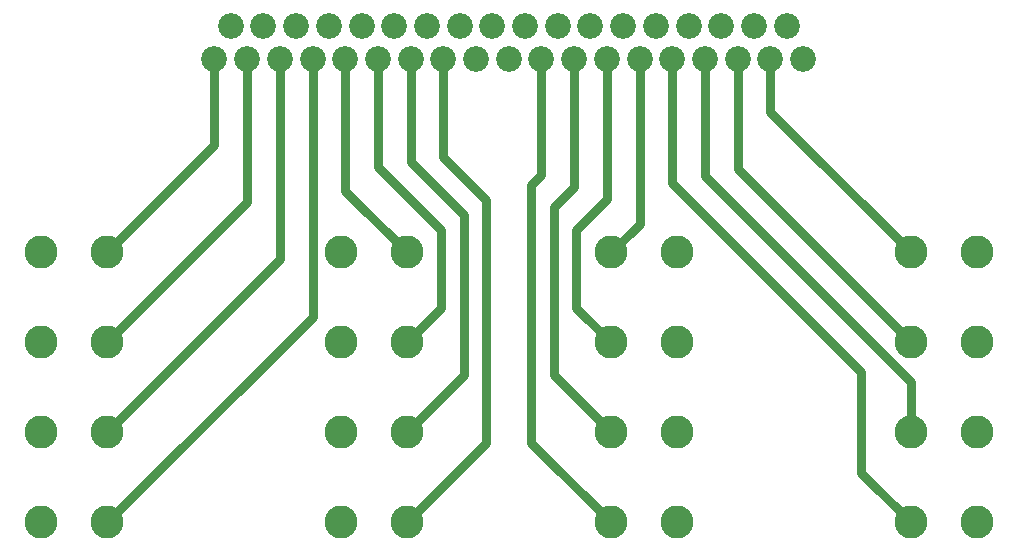
<source format=gbr>
%TF.GenerationSoftware,KiCad,Pcbnew,(5.1.10)-1*%
%TF.CreationDate,2022-01-22T17:54:24-06:00*%
%TF.ProjectId,Digital-Output-Module,44696769-7461-46c2-9d4f-75747075742d,Rev. A*%
%TF.SameCoordinates,Original*%
%TF.FileFunction,Copper,L1,Top*%
%TF.FilePolarity,Positive*%
%FSLAX46Y46*%
G04 Gerber Fmt 4.6, Leading zero omitted, Abs format (unit mm)*
G04 Created by KiCad (PCBNEW (5.1.10)-1) date 2022-01-22 17:54:24*
%MOMM*%
%LPD*%
G01*
G04 APERTURE LIST*
%TA.AperFunction,ComponentPad*%
%ADD10C,2.794000*%
%TD*%
%TA.AperFunction,ComponentPad*%
%ADD11C,2.184400*%
%TD*%
%TA.AperFunction,Conductor*%
%ADD12C,0.762000*%
%TD*%
G04 APERTURE END LIST*
D10*
%TO.P,J1,1*%
%TO.N,Net-(J1-Pad1)*%
X54864000Y-60960000D03*
%TO.P,J1,2*%
%TO.N,Net-(J1-Pad2)*%
X49276000Y-60960000D03*
%TD*%
%TO.P,J2,2*%
%TO.N,Net-(J1-Pad2)*%
X49276000Y-68580000D03*
%TO.P,J2,1*%
%TO.N,Net-(J2-Pad1)*%
X54864000Y-68580000D03*
%TD*%
%TO.P,J3,1*%
%TO.N,Net-(J3-Pad1)*%
X54864000Y-76200000D03*
%TO.P,J3,2*%
%TO.N,Net-(J1-Pad2)*%
X49276000Y-76200000D03*
%TD*%
%TO.P,J4,2*%
%TO.N,Net-(J1-Pad2)*%
X49276000Y-83820000D03*
%TO.P,J4,1*%
%TO.N,Net-(J4-Pad1)*%
X54864000Y-83820000D03*
%TD*%
%TO.P,J5,2*%
%TO.N,Net-(J5-Pad2)*%
X74676000Y-60960000D03*
%TO.P,J5,1*%
%TO.N,Net-(J5-Pad1)*%
X80264000Y-60960000D03*
%TD*%
%TO.P,J6,1*%
%TO.N,Net-(J6-Pad1)*%
X80264000Y-68580000D03*
%TO.P,J6,2*%
%TO.N,Net-(J5-Pad2)*%
X74676000Y-68580000D03*
%TD*%
%TO.P,J7,2*%
%TO.N,Net-(J5-Pad2)*%
X74676000Y-76200000D03*
%TO.P,J7,1*%
%TO.N,Net-(J7-Pad1)*%
X80264000Y-76200000D03*
%TD*%
%TO.P,J8,1*%
%TO.N,Net-(J8-Pad1)*%
X80264000Y-83820000D03*
%TO.P,J8,2*%
%TO.N,Net-(J5-Pad2)*%
X74676000Y-83820000D03*
%TD*%
D11*
%TO.P,J9,10*%
%TO.N,Net-(J10-Pad2)*%
X88900000Y-44602400D03*
%TO.P,J9,11*%
%TO.N,Net-(J10-Pad1)*%
X91668600Y-44602400D03*
%TO.P,J9,12*%
%TO.N,Net-(J11-Pad1)*%
X94437200Y-44602400D03*
%TO.P,J9,13*%
%TO.N,Net-(J12-Pad1)*%
X97205800Y-44602400D03*
%TO.P,J9,14*%
%TO.N,Net-(J13-Pad1)*%
X99974400Y-44602400D03*
%TO.P,J9,15*%
%TO.N,Net-(J14-Pad1)*%
X102743000Y-44602400D03*
%TO.P,J9,16*%
%TO.N,Net-(J15-Pad1)*%
X105511600Y-44602400D03*
%TO.P,J9,17*%
%TO.N,Net-(J16-Pad1)*%
X108280200Y-44602400D03*
%TO.P,J9,18*%
%TO.N,Net-(J17-Pad1)*%
X111048800Y-44602400D03*
%TO.P,J9,19*%
%TO.N,Net-(J9-Pad19)*%
X113817400Y-44602400D03*
%TO.P,J9,7*%
%TO.N,Net-(J7-Pad1)*%
X80594200Y-44602400D03*
%TO.P,J9,6*%
%TO.N,Net-(J6-Pad1)*%
X77825600Y-44602400D03*
%TO.P,J9,9*%
%TO.N,Net-(J5-Pad2)*%
X86131400Y-44602400D03*
%TO.P,J9,8*%
%TO.N,Net-(J8-Pad1)*%
X83362800Y-44602400D03*
%TO.P,J9,4*%
%TO.N,Net-(J4-Pad1)*%
X72288400Y-44602400D03*
%TO.P,J9,3*%
%TO.N,Net-(J3-Pad1)*%
X69519800Y-44602400D03*
%TO.P,J9,1*%
%TO.N,Net-(J1-Pad1)*%
X63982600Y-44602400D03*
%TO.P,J9,2*%
%TO.N,Net-(J2-Pad1)*%
X66751200Y-44602400D03*
%TO.P,J9,5*%
%TO.N,Net-(J5-Pad1)*%
X75057000Y-44602400D03*
%TO.P,J9,37*%
%TO.N,Net-(J9-Pad37)*%
X112433100Y-41757600D03*
%TO.P,J9,36*%
%TO.N,Net-(J9-Pad36)*%
X109664500Y-41757600D03*
%TO.P,J9,31*%
%TO.N,Net-(J9-Pad31)*%
X95821500Y-41757600D03*
%TO.P,J9,33*%
%TO.N,Net-(J9-Pad33)*%
X101358700Y-41757600D03*
%TO.P,J9,30*%
%TO.N,Net-(J9-Pad30)*%
X93052900Y-41757600D03*
%TO.P,J9,34*%
%TO.N,Net-(J9-Pad34)*%
X104127300Y-41757600D03*
%TO.P,J9,35*%
%TO.N,Net-(J9-Pad35)*%
X106895900Y-41757600D03*
%TO.P,J9,29*%
%TO.N,Net-(J14-Pad2)*%
X90284300Y-41757600D03*
%TO.P,J9,32*%
%TO.N,Net-(J9-Pad32)*%
X98590100Y-41757600D03*
%TO.P,J9,25*%
%TO.N,Net-(J9-Pad25)*%
X79209900Y-41757600D03*
%TO.P,J9,22*%
%TO.N,Net-(J9-Pad22)*%
X70904100Y-41757600D03*
%TO.P,J9,26*%
%TO.N,Net-(J9-Pad26)*%
X81978500Y-41757600D03*
%TO.P,J9,20*%
%TO.N,Net-(J9-Pad20)*%
X65366900Y-41757600D03*
%TO.P,J9,21*%
%TO.N,Net-(J9-Pad21)*%
X68135500Y-41757600D03*
%TO.P,J9,24*%
%TO.N,Net-(J9-Pad24)*%
X76441300Y-41757600D03*
%TO.P,J9,27*%
%TO.N,Net-(J9-Pad27)*%
X84747100Y-41757600D03*
%TO.P,J9,23*%
%TO.N,Net-(J9-Pad23)*%
X73672700Y-41757600D03*
%TO.P,J9,28*%
%TO.N,Net-(J1-Pad2)*%
X87515700Y-41757600D03*
%TD*%
D10*
%TO.P,J10,2*%
%TO.N,Net-(J10-Pad2)*%
X103124000Y-83820000D03*
%TO.P,J10,1*%
%TO.N,Net-(J10-Pad1)*%
X97536000Y-83820000D03*
%TD*%
%TO.P,J11,1*%
%TO.N,Net-(J11-Pad1)*%
X97536000Y-76200000D03*
%TO.P,J11,2*%
%TO.N,Net-(J10-Pad2)*%
X103124000Y-76200000D03*
%TD*%
%TO.P,J12,2*%
%TO.N,Net-(J10-Pad2)*%
X103124000Y-68580000D03*
%TO.P,J12,1*%
%TO.N,Net-(J12-Pad1)*%
X97536000Y-68580000D03*
%TD*%
%TO.P,J13,1*%
%TO.N,Net-(J13-Pad1)*%
X97536000Y-60960000D03*
%TO.P,J13,2*%
%TO.N,Net-(J10-Pad2)*%
X103124000Y-60960000D03*
%TD*%
%TO.P,J14,1*%
%TO.N,Net-(J14-Pad1)*%
X122936000Y-83820000D03*
%TO.P,J14,2*%
%TO.N,Net-(J14-Pad2)*%
X128524000Y-83820000D03*
%TD*%
%TO.P,J15,2*%
%TO.N,Net-(J14-Pad2)*%
X128524000Y-76200000D03*
%TO.P,J15,1*%
%TO.N,Net-(J15-Pad1)*%
X122936000Y-76200000D03*
%TD*%
%TO.P,J16,1*%
%TO.N,Net-(J16-Pad1)*%
X122936000Y-68580000D03*
%TO.P,J16,2*%
%TO.N,Net-(J14-Pad2)*%
X128524000Y-68580000D03*
%TD*%
%TO.P,J17,2*%
%TO.N,Net-(J14-Pad2)*%
X128524000Y-60960000D03*
%TO.P,J17,1*%
%TO.N,Net-(J17-Pad1)*%
X122936000Y-60960000D03*
%TD*%
D12*
%TO.N,Net-(J1-Pad1)*%
X63982600Y-51841400D02*
X54864000Y-60960000D01*
X63982600Y-44602400D02*
X63982600Y-51841400D01*
%TO.N,Net-(J2-Pad1)*%
X66751200Y-56692800D02*
X54864000Y-68580000D01*
X66751200Y-44602400D02*
X66751200Y-56692800D01*
%TO.N,Net-(J3-Pad1)*%
X69519800Y-61544200D02*
X54864000Y-76200000D01*
X69519800Y-44602400D02*
X69519800Y-61544200D01*
%TO.N,Net-(J4-Pad1)*%
X72288400Y-66395600D02*
X54864000Y-83820000D01*
X72288400Y-44602400D02*
X72288400Y-66395600D01*
%TO.N,Net-(J5-Pad1)*%
X75057000Y-55753000D02*
X80264000Y-60960000D01*
X75057000Y-44602400D02*
X75057000Y-55753000D01*
%TO.N,Net-(J6-Pad1)*%
X80264000Y-68580000D02*
X83185000Y-65659000D01*
X83185000Y-65659000D02*
X83185000Y-59055000D01*
X77825600Y-53695600D02*
X83185000Y-59055000D01*
X77825600Y-44602400D02*
X77825600Y-53695600D01*
%TO.N,Net-(J7-Pad1)*%
X80264000Y-76200000D02*
X85090000Y-71374000D01*
X85090000Y-71374000D02*
X85090000Y-57785000D01*
X80594200Y-53289200D02*
X80594200Y-44602400D01*
X85090000Y-57785000D02*
X80594200Y-53289200D01*
%TO.N,Net-(J8-Pad1)*%
X83362800Y-52882800D02*
X83362800Y-44602400D01*
X86995000Y-56515000D02*
X83362800Y-52882800D01*
X86995000Y-77089000D02*
X86995000Y-56515000D01*
X80264000Y-83820000D02*
X86995000Y-77089000D01*
%TO.N,Net-(J10-Pad1)*%
X97536000Y-83820000D02*
X90805000Y-77089000D01*
X90805000Y-77089000D02*
X90805000Y-55245000D01*
X91668600Y-54381400D02*
X91668600Y-44602400D01*
X90805000Y-55245000D02*
X91668600Y-54381400D01*
%TO.N,Net-(J11-Pad1)*%
X97536000Y-76200000D02*
X92710000Y-71374000D01*
X92710000Y-71374000D02*
X92710000Y-57150000D01*
X94437200Y-55422800D02*
X94437200Y-44602400D01*
X92710000Y-57150000D02*
X94437200Y-55422800D01*
%TO.N,Net-(J12-Pad1)*%
X97536000Y-68580000D02*
X94615000Y-65659000D01*
X94615000Y-65659000D02*
X94615000Y-59055000D01*
X97205800Y-56464200D02*
X97205800Y-44602400D01*
X94615000Y-59055000D02*
X97205800Y-56464200D01*
%TO.N,Net-(J13-Pad1)*%
X99974400Y-58521600D02*
X97536000Y-60960000D01*
X99974400Y-44602400D02*
X99974400Y-58521600D01*
%TO.N,Net-(J14-Pad1)*%
X102743000Y-44602400D02*
X102743000Y-55118000D01*
X102743000Y-55118000D02*
X118745000Y-71120000D01*
X118745000Y-79629000D02*
X122936000Y-83820000D01*
X118745000Y-71120000D02*
X118745000Y-79629000D01*
%TO.N,Net-(J15-Pad1)*%
X105511600Y-44602400D02*
X105511600Y-54508400D01*
X122936000Y-71932800D02*
X122936000Y-76200000D01*
X105511600Y-54508400D02*
X122936000Y-71932800D01*
%TO.N,Net-(J16-Pad1)*%
X108280200Y-53924200D02*
X122936000Y-68580000D01*
X108280200Y-44602400D02*
X108280200Y-53924200D01*
%TO.N,Net-(J17-Pad1)*%
X111048800Y-49072800D02*
X122936000Y-60960000D01*
X111048800Y-44602400D02*
X111048800Y-49072800D01*
%TD*%
M02*

</source>
